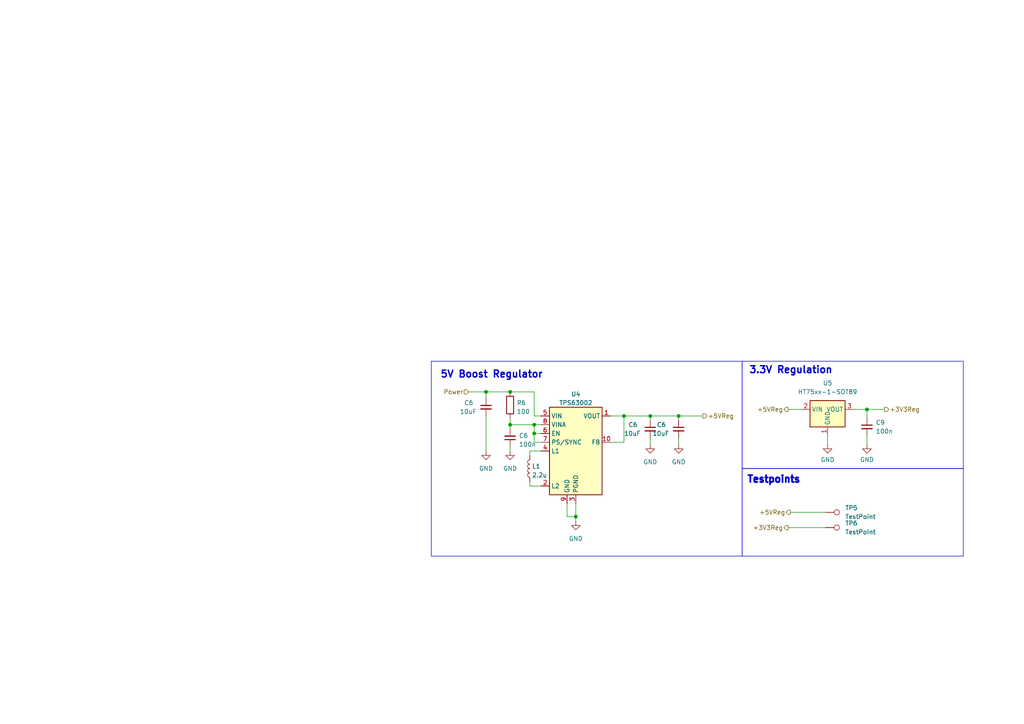
<source format=kicad_sch>
(kicad_sch (version 20230121) (generator eeschema)
  (paper "A4")
  (title_block (title "Voltage Regulation") (date "2023-05-20") (rev "V2") (company "University of Cape Town") (comment 1 "Author: Sarah Tallack"))
  (lib_symbols
    (symbol "Connector:TestPoint" (pin_numbers hide) (pin_names (offset 0.762) hide)
      (property "Reference" "TP" (at 0 6.858 0))
      (property "Value" "TestPoint" (at 0 5.08 0))
      (symbol "TestPoint_0_1"
        (circle (center 0 3.302) (radius 0.762))
      )
      (symbol "TestPoint_1_1"
        (pin passive line (at 0 0 90) (length 2.54) (name "1") (number "1"))
      )
    )
    (symbol "Device:C_Small" (pin_numbers hide) (pin_names (offset 0.254) hide)
      (property "Reference" "C" (at 0.254 1.778 0))
      (property "Value" "C_Small" (at 0.254 -2.032 0))
      (symbol "C_Small_0_1"
        (polyline (pts (xy -1.524 -0.508) (xy 1.524 -0.508)) (stroke (width 0.3302)))
        (polyline (pts (xy -1.524 0.508) (xy 1.524 0.508)) (stroke (width 0.3048)))
      )
      (symbol "C_Small_1_1"
        (pin passive line (at 0 2.54 270) (length 2.032) (name "~") (number "1"))
        (pin passive line (at 0 -2.54 90) (length 2.032) (name "~") (number "2"))
      )
    )
    (symbol "Device:L" (pin_numbers hide) (pin_names (offset 1.016) hide)
      (property "Reference" "L" (at -1.27 0 90))
      (property "Value" "L" (at 1.905 0 90))
      (symbol "L_0_1"
        (arc (start 0 -2.54) (mid 0.6323 -1.905) (end 0 -1.27))
        (arc (start 0 -1.27) (mid 0.6323 -0.635) (end 0 0))
        (arc (start 0 0) (mid 0.6323 0.635) (end 0 1.27))
        (arc (start 0 1.27) (mid 0.6323 1.905) (end 0 2.54))
      )
      (symbol "L_1_1"
        (pin passive line (at 0 3.81 270) (length 1.27) (name "1") (number "1"))
        (pin passive line (at 0 -3.81 90) (length 1.27) (name "2") (number "2"))
      )
    )
    (symbol "Device:R" (pin_numbers hide) (pin_names (offset 0))
      (property "Reference" "R" (at 2.032 0 90))
      (property "Value" "R" (at 0 0 90))
      (symbol "R_0_1"
        (rectangle (start -1.016 -2.54) (end 1.016 2.54) (stroke (width 0.254)))
      )
      (symbol "R_1_1"
        (pin passive line (at 0 3.81 270) (length 1.27) (name "~") (number "1"))
        (pin passive line (at 0 -3.81 90) (length 1.27) (name "~") (number "2"))
      )
    )
    (symbol "Regulator_Linear:HT75xx-1-SOT89"
      (property "Reference" "U" (at -5.08 -3.81 0))
      (property "Value" "HT75xx-1-SOT89" (at 0 6.35 0))
      (symbol "HT75xx-1-SOT89_0_1"
        (rectangle (start -5.08 5.08) (end 5.08 -2.54) (stroke (width 0.254)) (fill (type background)))
      )
      (symbol "HT75xx-1-SOT89_1_1"
        (pin power_in line (at 0 -5.08 90) (length 2.54) (name "GND") (number "1"))
        (pin power_in line (at -7.62 2.54 0) (length 2.54) (name "VIN") (number "2"))
        (pin power_out line (at 7.62 2.54 180) (length 2.54) (name "VOUT") (number "3"))
      )
    )
    (symbol "Regulator_Switching:TPS63002"
      (property "Reference" "U" (at -7.62 13.97 0))
      (property "Value" "TPS63002" (at 5.08 13.97 0))
      (symbol "TPS63002_0_1"
        (rectangle (start -7.62 12.7) (end 7.62 -12.7) (stroke (width 0.254)) (fill (type background)))
      )
      (symbol "TPS63002_1_1"
        (pin power_out line (at 10.16 10.16 180) (length 2.54) (name "VOUT") (number "1"))
        (pin input line (at 10.16 2.54 180) (length 2.54) (name "FB") (number "10"))
        (pin passive line (at 0 -15.24 90) (length 2.54) hide (name "PGND") (number "11"))
        (pin input line (at -10.16 -10.16 0) (length 2.54) (name "L2") (number "2"))
        (pin power_in line (at 0 -15.24 90) (length 2.54) (name "PGND") (number "3"))
        (pin input line (at -10.16 0 0) (length 2.54) (name "L1") (number "4"))
        (pin power_in line (at -10.16 10.16 0) (length 2.54) (name "VIN") (number "5"))
        (pin input line (at -10.16 5.08 0) (length 2.54) (name "EN") (number "6"))
        (pin input line (at -10.16 2.54 0) (length 2.54) (name "PS/SYNC") (number "7"))
        (pin power_in line (at -10.16 7.62 0) (length 2.54) (name "VINA") (number "8"))
        (pin power_in line (at -2.54 -15.24 90) (length 2.54) (name "GND") (number "9"))
      )
    )
    (symbol "power:GND" (power) (pin_names (offset 0))
      (property "Value" "GND" (at 0 -3.81 0))
      (symbol "GND_0_1"
        (polyline (pts (xy 0 0) (xy 0 -1.27) (xy 1.27 -1.27) (xy 0 -2.54) (xy -1.27 -1.27) (xy 0 -1.27)))
      )
      (symbol "GND_1_1"
        (pin power_in line (at 0 0 270) (length 0) hide (name "GND") (number "1"))
      )
    )
  )
  (junction (at 147.955 123.19))
  (junction (at 154.94 125.73))
  (junction (at 251.46 118.745))
  (junction (at 154.94 123.19))
  (junction (at 196.85 120.65))
  (junction (at 140.97 113.665))
  (junction (at 147.955 113.665))
  (junction (at 180.975 120.65))
  (junction (at 188.595 120.65))
  (junction (at 167.005 149.86))
  (wire (pts (xy 188.595 121.92) (xy 188.595 120.65)))
  (wire (pts (xy 196.85 120.65) (xy 196.85 121.92)))
  (wire (pts (xy 177.165 128.27) (xy 180.975 128.27)))
  (wire (pts (xy 140.97 113.665) (xy 147.955 113.665)))
  (wire (pts (xy 153.67 130.81) (xy 153.67 132.08)))
  (wire (pts (xy 140.97 113.665) (xy 140.97 115.57)))
  (wire (pts (xy 154.94 128.27) (xy 154.94 125.73)))
  (wire (pts (xy 154.94 113.665) (xy 154.94 120.65)))
  (wire (pts (xy 154.94 123.19) (xy 154.94 125.73)))
  (wire (pts (xy 147.955 113.665) (xy 154.94 113.665)))
  (wire (pts (xy 156.845 130.81) (xy 153.67 130.81)))
  (wire (pts (xy 167.005 146.05) (xy 167.005 149.86)))
  (wire (pts (xy 147.955 123.19) (xy 147.955 124.46)))
  (wire (pts (xy 251.46 121.285) (xy 251.46 118.745)))
  (wire (pts (xy 188.595 128.905) (xy 188.595 127)))
  (wire (pts (xy 164.465 146.05) (xy 164.465 149.86)))
  (wire (pts (xy 251.46 118.745) (xy 256.54 118.745)))
  (wire (pts (xy 240.03 126.365) (xy 240.03 128.905)))
  (wire (pts (xy 167.005 151.13) (xy 167.005 149.86)))
  (wire (pts (xy 156.845 140.97) (xy 153.67 140.97)))
  (wire (pts (xy 147.955 130.81) (xy 147.955 129.54)))
  (wire (pts (xy 247.65 118.745) (xy 251.46 118.745)))
  (wire (pts (xy 154.94 120.65) (xy 156.845 120.65)))
  (wire (pts (xy 180.975 120.65) (xy 177.165 120.65)))
  (wire (pts (xy 147.955 123.19) (xy 154.94 123.19)))
  (wire (pts (xy 228.6 153.035) (xy 239.395 153.035)))
  (wire (pts (xy 228.6 118.745) (xy 232.41 118.745)))
  (wire (pts (xy 156.845 128.27) (xy 154.94 128.27)))
  (wire (pts (xy 156.845 123.19) (xy 154.94 123.19)))
  (wire (pts (xy 229.235 148.59) (xy 239.395 148.59)))
  (wire (pts (xy 135.89 113.665) (xy 140.97 113.665)))
  (wire (pts (xy 164.465 149.86) (xy 167.005 149.86)))
  (wire (pts (xy 180.975 128.27) (xy 180.975 120.65)))
  (wire (pts (xy 251.46 128.905) (xy 251.46 126.365)))
  (wire (pts (xy 188.595 120.65) (xy 196.85 120.65)))
  (wire (pts (xy 196.85 127) (xy 196.85 128.905)))
  (wire (pts (xy 180.975 120.65) (xy 188.595 120.65)))
  (wire (pts (xy 147.955 121.285) (xy 147.955 123.19)))
  (wire (pts (xy 196.85 120.65) (xy 203.835 120.65)))
  (wire (pts (xy 140.97 130.81) (xy 140.97 120.65)))
  (wire (pts (xy 154.94 125.73) (xy 156.845 125.73)))
  (wire (pts (xy 153.67 140.97) (xy 153.67 139.7)))
  (rectangle (start 215.265 135.89) (end 279.4 161.29))
  (rectangle (start 215.265 104.775) (end 279.4 135.89))
  (rectangle (start 125.095 104.775) (end 215.265 161.29))
  (text "3.3V Regulation " (at 217.17 108.585 0) (effects (font (size 2 2) (thickness 0.4) bold) (justify left bottom)))
  (text "Testpoints\n" (at 216.535 140.335 0) (effects (font (size 2 2) (thickness 0.6) bold) (justify left bottom)))
  (text "5V Boost Regulator\n" (at 127.635 109.855 0) (effects (font (size 2 2) (thickness 0.4) bold) (justify left bottom)))
  (hierarchical_label "+3V3Reg" (shape output) (at 256.54 118.745 0))
  (hierarchical_label "Power" (shape input) (at 135.89 113.665 180))
  (hierarchical_label "+5VReg" (shape output) (at 228.6 118.745 180))
  (hierarchical_label "+3V3Reg" (shape output) (at 228.6 153.035 180))
  (hierarchical_label "+5VReg" (shape output) (at 229.235 148.59 180))
  (hierarchical_label "+5VReg" (shape output) (at 203.835 120.65 0))
  (symbol (lib_id "Device:C_Small") (at 196.85 124.46 0) (unit 1)
    (property "Reference" "C6" (at 190.5 123.19 0) (effects (justify left)))
    (property "Value" "10uF" (at 189.23 125.73 0) (effects (justify left)))
    (property "Footprint" "Capacitor_SMD:C_0402_1005Metric" (effects hide))
    (property "LCSC" "C15525" (effects hide))
    (property "Extended" "0" (effects hide))
    (property "Populate" "Yes" (effects hide))
    (instances (project "PowerSubmodule" (path "" (reference "C6") (unit 1)) (path "" (reference "C8") (unit 1))))
  )
  (symbol (lib_id "power:GND") (at 196.85 128.905 0) (unit 1)
    (property "Reference" "#PWR021" (effects hide))
    (property "Value" "GND" (at 196.85 133.985 0))
  )
  (symbol (lib_id "power:GND") (at 251.46 128.905 0) (unit 1)
    (property "Reference" "#PWR023" (effects hide))
    (property "Value" "GND" (at 251.46 133.35 0))
  )
  (symbol (lib_id "power:GND") (at 147.955 130.81 0) (unit 1)
    (property "Reference" "#PWR018" (effects hide))
    (property "Value" "GND" (at 147.955 135.89 0))
  )
  (symbol (lib_id "power:GND") (at 167.005 151.13 0) (unit 1)
    (property "Reference" "#PWR019" (effects hide))
    (property "Value" "GND" (at 167.005 156.21 0))
  )
  (symbol (lib_id "Device:C_Small") (at 251.46 123.825 0) (unit 1)
    (property "Reference" "C9" (at 254 122.5612 0) (effects (justify left)))
    (property "Value" "100n" (at 254 125.1012 0) (effects (justify left)))
    (property "Footprint" "Capacitor_SMD:C_0603_1608Metric" (effects hide))
    (property "Datasheet" "https://datasheet.lcsc.com/lcsc/1809301912_YAGEO-CC0603KRX7R9BB104_C14663.pdf" (effects hide))
    (property "Price" "0.0020" (effects hide))
    (property "LCSC" "C49678" (effects hide))
    (property "Extended" "0" (effects hide))
    (property "Populate" "Yes" (effects hide))
  )
  (symbol (lib_id "Connector:TestPoint") (at 239.395 153.035 270) (unit 1)
    (property "Reference" "TP6" (at 245.11 151.7649 90) (effects (justify left)))
    (property "Value" "TestPoint" (at 245.11 154.3049 90) (effects (justify left)))
    (property "Footprint" "TestPoint:TestPoint_Pad_D2.0mm" (effects hide))
  )
  (symbol (lib_id "Device:C_Small") (at 140.97 118.11 0) (unit 1)
    (property "Reference" "C6" (at 134.62 116.84 0) (effects (justify left)))
    (property "Value" "10uF" (at 133.35 119.38 0) (effects (justify left)))
    (property "Footprint" "Capacitor_SMD:C_0402_1005Metric" (effects hide))
    (property "LCSC" "C15525" (effects hide))
    (property "Extended" "0" (effects hide))
    (property "Populate" "Yes" (effects hide))
    (instances (project "PowerSubmodule" (path "" (reference "C6") (unit 1)) (path "" (reference "C5") (unit 1))))
  )
  (symbol (lib_id "power:GND") (at 240.03 128.905 0) (unit 1)
    (property "Reference" "#PWR022" (effects hide))
    (property "Value" "GND" (at 240.03 133.35 0))
  )
  (symbol (lib_id "Regulator_Switching:TPS63002") (at 167.005 130.81 0) (unit 1)
    (property "Reference" "U4" (at 167.005 114.3 0))
    (property "Value" "TPS63002" (at 167.005 116.84 0))
    (property "Footprint" "Package_SON:VSON-10-1EP_3x3mm_P0.5mm_EP1.65x2.4mm" (effects hide))
    (property "Datasheet" "https://datasheet.lcsc.com/lcsc/1810291821_Texas-Instruments-TPS63002DRCR_C116655.pdf" (effects hide))
    (property "Extended" "1" (effects hide))
    (property "LCSC" "C116655" (effects hide))
    (property "Populate" "Yes" (effects hide))
  )
  (symbol (lib_id "power:GND") (at 140.97 130.81 0) (unit 1)
    (property "Reference" "#PWR017" (effects hide))
    (property "Value" "GND" (at 140.97 135.89 0))
  )
  (symbol (lib_id "Regulator_Linear:HT75xx-1-SOT89") (at 240.03 121.285 0) (unit 1)
    (property "Reference" "U5" (at 240.03 111.125 0))
    (property "Value" "HT75xx-1-SOT89" (at 240.03 113.665 0))
    (property "Footprint" "Package_TO_SOT_SMD:SOT-89-3" (effects hide))
    (property "Datasheet" "https://datasheet.lcsc.com/lcsc/1811062113_Holtek-Semicon-HT7533-1_C14289.pdf" (effects hide))
    (property "Extended" "0" (effects hide))
    (property "LCSC" "C14289" (effects hide))
    (property "Populate" "Yes" (effects hide))
  )
  (symbol (lib_id "Device:C_Small") (at 188.595 124.46 0) (unit 1)
    (property "Reference" "C6" (at 182.245 123.19 0) (effects (justify left)))
    (property "Value" "10uF" (at 180.975 125.73 0) (effects (justify left)))
    (property "Footprint" "Capacitor_SMD:C_0402_1005Metric" (effects hide))
    (property "LCSC" "C15525" (effects hide))
    (property "Extended" "0" (effects hide))
    (property "Populate" "Yes" (effects hide))
    (instances (project "PowerSubmodule" (path "" (reference "C6") (unit 1)) (path "" (reference "C7") (unit 1))))
  )
  (symbol (lib_id "Device:R") (at 147.955 117.475 0) (unit 1)
    (property "Reference" "R6" (at 149.86 116.84 0) (effects (justify left)))
    (property "Value" "100" (at 149.86 119.38 0) (effects (justify left)))
    (property "Footprint" "Resistor_SMD:R_0603_1608Metric" (effects hide))
    (property "LCSC" "C22775" (effects hide))
    (property "Extended" "0" (effects hide))
    (property "Populate" "Yes" (effects hide))
    (instances (project "PowerSubmodule" (path "" (reference "R6") (unit 1)) (path "" (reference "R13") (unit 1))))
  )
  (symbol (lib_id "Device:C_Small") (at 147.955 127 180) (unit 1)
    (property "Reference" "C6" (at 150.495 126.3586 0) (effects (justify right)))
    (property "Value" "100n" (at 150.495 128.8986 0) (effects (justify right)))
    (property "Footprint" "Capacitor_SMD:C_0603_1608Metric" (effects hide))
    (property "Datasheet" "https://datasheet.lcsc.com/lcsc/1809301912_YAGEO-CC0603KRX7R9BB104_C14663.pdf" (effects hide))
    (property "Price" "0.0020" (effects hide))
    (property "LCSC" "C49678" (effects hide))
    (property "Extended" "0" (effects hide))
    (property "Populate" "Yes" (effects hide))
  )
  (symbol (lib_id "power:GND") (at 188.595 128.905 0) (unit 1)
    (property "Reference" "#PWR020" (effects hide))
    (property "Value" "GND" (at 188.595 133.985 0))
  )
  (symbol (lib_id "Device:L") (at 153.67 135.89 180) (unit 1)
    (property "Reference" "L1" (at 154.305 135.255 0) (effects (justify right)))
    (property "Value" "2.2u" (at 154.305 137.795 0) (effects (justify right)))
    (property "Footprint" "SarahFootprints:IND-SMD_L4.0-W4.0" (effects hide))
    (property "Datasheet" "https://datasheet.lcsc.com/lcsc/2009171309_TAI-TECH-HPC4012TF-2R2M_C357047.pdf" (effects hide))
    (property "Extended" "1" (effects hide))
    (property "LCSC" "C357047" (effects hide))
    (property "Price" "0.0167 " (effects hide))
    (property "Populate" "Yes" (effects hide))
  )
  (symbol (lib_id "Connector:TestPoint") (at 239.395 148.59 270) (unit 1)
    (property "Reference" "TP5" (at 245.11 147.3199 90) (effects (justify left)))
    (property "Value" "TestPoint" (at 245.11 149.8599 90) (effects (justify left)))
    (property "Footprint" "TestPoint:TestPoint_Pad_D2.0mm" (effects hide))
  )
)
</source>
